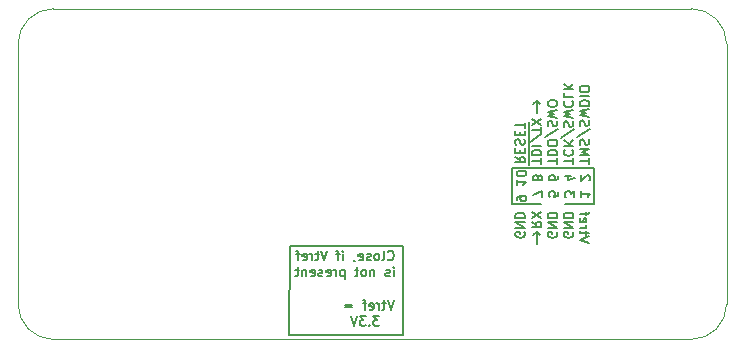
<source format=gbr>
G04 #@! TF.GenerationSoftware,KiCad,Pcbnew,5.1.5+dfsg1-2build2*
G04 #@! TF.CreationDate,2020-09-23T01:19:26+04:00*
G04 #@! TF.ProjectId,RailLink,5261696c-4c69-46e6-9b2e-6b696361645f,rev?*
G04 #@! TF.SameCoordinates,PX5f5e100PY7a12000*
G04 #@! TF.FileFunction,Legend,Bot*
G04 #@! TF.FilePolarity,Positive*
%FSLAX46Y46*%
G04 Gerber Fmt 4.6, Leading zero omitted, Abs format (unit mm)*
G04 Created by KiCad (PCBNEW 5.1.5+dfsg1-2build2) date 2020-09-23 01:19:26*
%MOMM*%
%LPD*%
G04 APERTURE LIST*
%ADD10C,0.160000*%
%ADD11C,0.050000*%
%ADD12R,1.600000X2.100000*%
%ADD13O,1.600000X2.100000*%
%ADD14C,1.900000*%
%ADD15R,1.900000X1.900000*%
%ADD16O,1.800000X1.800000*%
%ADD17R,1.800000X1.800000*%
%ADD18C,5.100000*%
%ADD19C,0.900000*%
%ADD20O,2.200000X1.100000*%
%ADD21C,0.750000*%
%ADD22O,1.700000X1.100000*%
%ADD23O,1.827200X1.827200*%
%ADD24R,1.827200X1.827200*%
G04 APERTURE END LIST*
D10*
X31819047Y3318096D02*
X31552380Y2518096D01*
X31285714Y3318096D01*
X31133333Y3051429D02*
X30828571Y3051429D01*
X31019047Y3318096D02*
X31019047Y2632381D01*
X30980952Y2556191D01*
X30904761Y2518096D01*
X30828571Y2518096D01*
X30561904Y2518096D02*
X30561904Y3051429D01*
X30561904Y2899048D02*
X30523809Y2975239D01*
X30485714Y3013334D01*
X30409523Y3051429D01*
X30333333Y3051429D01*
X29761904Y2556191D02*
X29838095Y2518096D01*
X29990476Y2518096D01*
X30066666Y2556191D01*
X30104761Y2632381D01*
X30104761Y2937143D01*
X30066666Y3013334D01*
X29990476Y3051429D01*
X29838095Y3051429D01*
X29761904Y3013334D01*
X29723809Y2937143D01*
X29723809Y2860953D01*
X30104761Y2784762D01*
X29495238Y3051429D02*
X29190476Y3051429D01*
X29380952Y2518096D02*
X29380952Y3203810D01*
X29342857Y3280000D01*
X29266666Y3318096D01*
X29190476Y3318096D01*
X28314285Y2937143D02*
X27704761Y2937143D01*
X27704761Y2708572D02*
X28314285Y2708572D01*
X30580952Y1958096D02*
X30085714Y1958096D01*
X30352380Y1653334D01*
X30238095Y1653334D01*
X30161904Y1615239D01*
X30123809Y1577143D01*
X30085714Y1500953D01*
X30085714Y1310477D01*
X30123809Y1234286D01*
X30161904Y1196191D01*
X30238095Y1158096D01*
X30466666Y1158096D01*
X30542857Y1196191D01*
X30580952Y1234286D01*
X29742857Y1234286D02*
X29704761Y1196191D01*
X29742857Y1158096D01*
X29780952Y1196191D01*
X29742857Y1234286D01*
X29742857Y1158096D01*
X29438095Y1958096D02*
X28942857Y1958096D01*
X29209523Y1653334D01*
X29095238Y1653334D01*
X29019047Y1615239D01*
X28980952Y1577143D01*
X28942857Y1500953D01*
X28942857Y1310477D01*
X28980952Y1234286D01*
X29019047Y1196191D01*
X29095238Y1158096D01*
X29323809Y1158096D01*
X29400000Y1196191D01*
X29438095Y1234286D01*
X28714285Y1958096D02*
X28447619Y1158096D01*
X28180952Y1958096D01*
X32600000Y400000D02*
X22900000Y400000D01*
X32600000Y7900000D02*
X32600000Y400000D01*
X23000000Y7900000D02*
X32600000Y7900000D01*
X22900000Y400000D02*
X23000000Y7900000D01*
X31300000Y6794286D02*
X31338095Y6756191D01*
X31452380Y6718096D01*
X31528571Y6718096D01*
X31642857Y6756191D01*
X31719047Y6832381D01*
X31757142Y6908572D01*
X31795238Y7060953D01*
X31795238Y7175239D01*
X31757142Y7327620D01*
X31719047Y7403810D01*
X31642857Y7480000D01*
X31528571Y7518096D01*
X31452380Y7518096D01*
X31338095Y7480000D01*
X31300000Y7441905D01*
X30842857Y6718096D02*
X30919047Y6756191D01*
X30957142Y6832381D01*
X30957142Y7518096D01*
X30423809Y6718096D02*
X30500000Y6756191D01*
X30538095Y6794286D01*
X30576190Y6870477D01*
X30576190Y7099048D01*
X30538095Y7175239D01*
X30500000Y7213334D01*
X30423809Y7251429D01*
X30309523Y7251429D01*
X30233333Y7213334D01*
X30195238Y7175239D01*
X30157142Y7099048D01*
X30157142Y6870477D01*
X30195238Y6794286D01*
X30233333Y6756191D01*
X30309523Y6718096D01*
X30423809Y6718096D01*
X29852380Y6756191D02*
X29776190Y6718096D01*
X29623809Y6718096D01*
X29547619Y6756191D01*
X29509523Y6832381D01*
X29509523Y6870477D01*
X29547619Y6946667D01*
X29623809Y6984762D01*
X29738095Y6984762D01*
X29814285Y7022858D01*
X29852380Y7099048D01*
X29852380Y7137143D01*
X29814285Y7213334D01*
X29738095Y7251429D01*
X29623809Y7251429D01*
X29547619Y7213334D01*
X28861904Y6756191D02*
X28938095Y6718096D01*
X29090476Y6718096D01*
X29166666Y6756191D01*
X29204761Y6832381D01*
X29204761Y7137143D01*
X29166666Y7213334D01*
X29090476Y7251429D01*
X28938095Y7251429D01*
X28861904Y7213334D01*
X28823809Y7137143D01*
X28823809Y7060953D01*
X29204761Y6984762D01*
X28442857Y6756191D02*
X28442857Y6718096D01*
X28480952Y6641905D01*
X28519047Y6603810D01*
X27490476Y6718096D02*
X27490476Y7251429D01*
X27490476Y7518096D02*
X27528571Y7480000D01*
X27490476Y7441905D01*
X27452380Y7480000D01*
X27490476Y7518096D01*
X27490476Y7441905D01*
X27223809Y7251429D02*
X26919047Y7251429D01*
X27109523Y6718096D02*
X27109523Y7403810D01*
X27071428Y7480000D01*
X26995238Y7518096D01*
X26919047Y7518096D01*
X26157142Y7518096D02*
X25890476Y6718096D01*
X25623809Y7518096D01*
X25471428Y7251429D02*
X25166666Y7251429D01*
X25357142Y7518096D02*
X25357142Y6832381D01*
X25319047Y6756191D01*
X25242857Y6718096D01*
X25166666Y6718096D01*
X24900000Y6718096D02*
X24900000Y7251429D01*
X24900000Y7099048D02*
X24861904Y7175239D01*
X24823809Y7213334D01*
X24747619Y7251429D01*
X24671428Y7251429D01*
X24100000Y6756191D02*
X24176190Y6718096D01*
X24328571Y6718096D01*
X24404761Y6756191D01*
X24442857Y6832381D01*
X24442857Y7137143D01*
X24404761Y7213334D01*
X24328571Y7251429D01*
X24176190Y7251429D01*
X24100000Y7213334D01*
X24061904Y7137143D01*
X24061904Y7060953D01*
X24442857Y6984762D01*
X23833333Y7251429D02*
X23528571Y7251429D01*
X23719047Y6718096D02*
X23719047Y7403810D01*
X23680952Y7480000D01*
X23604761Y7518096D01*
X23528571Y7518096D01*
X31795238Y5358096D02*
X31795238Y5891429D01*
X31795238Y6158096D02*
X31833333Y6120000D01*
X31795238Y6081905D01*
X31757142Y6120000D01*
X31795238Y6158096D01*
X31795238Y6081905D01*
X31452380Y5396191D02*
X31376190Y5358096D01*
X31223809Y5358096D01*
X31147619Y5396191D01*
X31109523Y5472381D01*
X31109523Y5510477D01*
X31147619Y5586667D01*
X31223809Y5624762D01*
X31338095Y5624762D01*
X31414285Y5662858D01*
X31452380Y5739048D01*
X31452380Y5777143D01*
X31414285Y5853334D01*
X31338095Y5891429D01*
X31223809Y5891429D01*
X31147619Y5853334D01*
X30157142Y5891429D02*
X30157142Y5358096D01*
X30157142Y5815239D02*
X30119047Y5853334D01*
X30042857Y5891429D01*
X29928571Y5891429D01*
X29852380Y5853334D01*
X29814285Y5777143D01*
X29814285Y5358096D01*
X29319047Y5358096D02*
X29395238Y5396191D01*
X29433333Y5434286D01*
X29471428Y5510477D01*
X29471428Y5739048D01*
X29433333Y5815239D01*
X29395238Y5853334D01*
X29319047Y5891429D01*
X29204761Y5891429D01*
X29128571Y5853334D01*
X29090476Y5815239D01*
X29052380Y5739048D01*
X29052380Y5510477D01*
X29090476Y5434286D01*
X29128571Y5396191D01*
X29204761Y5358096D01*
X29319047Y5358096D01*
X28823809Y5891429D02*
X28519047Y5891429D01*
X28709523Y6158096D02*
X28709523Y5472381D01*
X28671428Y5396191D01*
X28595238Y5358096D01*
X28519047Y5358096D01*
X27642857Y5891429D02*
X27642857Y5091429D01*
X27642857Y5853334D02*
X27566666Y5891429D01*
X27414285Y5891429D01*
X27338095Y5853334D01*
X27300000Y5815239D01*
X27261904Y5739048D01*
X27261904Y5510477D01*
X27300000Y5434286D01*
X27338095Y5396191D01*
X27414285Y5358096D01*
X27566666Y5358096D01*
X27642857Y5396191D01*
X26919047Y5358096D02*
X26919047Y5891429D01*
X26919047Y5739048D02*
X26880952Y5815239D01*
X26842857Y5853334D01*
X26766666Y5891429D01*
X26690476Y5891429D01*
X26119047Y5396191D02*
X26195238Y5358096D01*
X26347619Y5358096D01*
X26423809Y5396191D01*
X26461904Y5472381D01*
X26461904Y5777143D01*
X26423809Y5853334D01*
X26347619Y5891429D01*
X26195238Y5891429D01*
X26119047Y5853334D01*
X26080952Y5777143D01*
X26080952Y5700953D01*
X26461904Y5624762D01*
X25776190Y5396191D02*
X25700000Y5358096D01*
X25547619Y5358096D01*
X25471428Y5396191D01*
X25433333Y5472381D01*
X25433333Y5510477D01*
X25471428Y5586667D01*
X25547619Y5624762D01*
X25661904Y5624762D01*
X25738095Y5662858D01*
X25776190Y5739048D01*
X25776190Y5777143D01*
X25738095Y5853334D01*
X25661904Y5891429D01*
X25547619Y5891429D01*
X25471428Y5853334D01*
X24785714Y5396191D02*
X24861904Y5358096D01*
X25014285Y5358096D01*
X25090476Y5396191D01*
X25128571Y5472381D01*
X25128571Y5777143D01*
X25090476Y5853334D01*
X25014285Y5891429D01*
X24861904Y5891429D01*
X24785714Y5853334D01*
X24747619Y5777143D01*
X24747619Y5700953D01*
X25128571Y5624762D01*
X24404761Y5891429D02*
X24404761Y5358096D01*
X24404761Y5815239D02*
X24366666Y5853334D01*
X24290476Y5891429D01*
X24176190Y5891429D01*
X24100000Y5853334D01*
X24061904Y5777143D01*
X24061904Y5358096D01*
X23795238Y5891429D02*
X23490476Y5891429D01*
X23680952Y6158096D02*
X23680952Y5472381D01*
X23642857Y5396191D01*
X23566666Y5358096D01*
X23490476Y5358096D01*
X44200000Y19900000D02*
X43900000Y20200000D01*
X43900000Y20200000D02*
X43600000Y19900000D01*
X43900000Y19200000D02*
X43900000Y20200000D01*
X43900000Y9100000D02*
X43600000Y8800000D01*
X44200000Y8800000D02*
X43900000Y9100000D01*
X43900000Y8100000D02*
X43900000Y9100000D01*
X48358095Y14880191D02*
X48358095Y15337334D01*
X47558095Y15108762D02*
X48358095Y15108762D01*
X47558095Y15604000D02*
X48358095Y15604000D01*
X47786666Y15870667D01*
X48358095Y16137334D01*
X47558095Y16137334D01*
X47596190Y16480191D02*
X47558095Y16594477D01*
X47558095Y16784953D01*
X47596190Y16861143D01*
X47634285Y16899239D01*
X47710476Y16937334D01*
X47786666Y16937334D01*
X47862857Y16899239D01*
X47900952Y16861143D01*
X47939047Y16784953D01*
X47977142Y16632572D01*
X48015238Y16556381D01*
X48053333Y16518286D01*
X48129523Y16480191D01*
X48205714Y16480191D01*
X48281904Y16518286D01*
X48320000Y16556381D01*
X48358095Y16632572D01*
X48358095Y16823048D01*
X48320000Y16937334D01*
X48396190Y17851620D02*
X47367619Y17165905D01*
X47596190Y18080191D02*
X47558095Y18194477D01*
X47558095Y18384953D01*
X47596190Y18461143D01*
X47634285Y18499239D01*
X47710476Y18537334D01*
X47786666Y18537334D01*
X47862857Y18499239D01*
X47900952Y18461143D01*
X47939047Y18384953D01*
X47977142Y18232572D01*
X48015238Y18156381D01*
X48053333Y18118286D01*
X48129523Y18080191D01*
X48205714Y18080191D01*
X48281904Y18118286D01*
X48320000Y18156381D01*
X48358095Y18232572D01*
X48358095Y18423048D01*
X48320000Y18537334D01*
X48358095Y18804000D02*
X47558095Y18994477D01*
X48129523Y19146858D01*
X47558095Y19299239D01*
X48358095Y19489715D01*
X47558095Y19794477D02*
X48358095Y19794477D01*
X48358095Y19984953D01*
X48320000Y20099239D01*
X48243809Y20175429D01*
X48167619Y20213524D01*
X48015238Y20251620D01*
X47900952Y20251620D01*
X47748571Y20213524D01*
X47672380Y20175429D01*
X47596190Y20099239D01*
X47558095Y19984953D01*
X47558095Y19794477D01*
X47558095Y20594477D02*
X48358095Y20594477D01*
X48358095Y21127810D02*
X48358095Y21280191D01*
X48320000Y21356381D01*
X48243809Y21432572D01*
X48091428Y21470667D01*
X47824761Y21470667D01*
X47672380Y21432572D01*
X47596190Y21356381D01*
X47558095Y21280191D01*
X47558095Y21127810D01*
X47596190Y21051620D01*
X47672380Y20975429D01*
X47824761Y20937334D01*
X48091428Y20937334D01*
X48243809Y20975429D01*
X48320000Y21051620D01*
X48358095Y21127810D01*
X46998095Y14880191D02*
X46998095Y15337334D01*
X46198095Y15108762D02*
X46998095Y15108762D01*
X46274285Y16061143D02*
X46236190Y16023048D01*
X46198095Y15908762D01*
X46198095Y15832572D01*
X46236190Y15718286D01*
X46312380Y15642096D01*
X46388571Y15604000D01*
X46540952Y15565905D01*
X46655238Y15565905D01*
X46807619Y15604000D01*
X46883809Y15642096D01*
X46960000Y15718286D01*
X46998095Y15832572D01*
X46998095Y15908762D01*
X46960000Y16023048D01*
X46921904Y16061143D01*
X46198095Y16404000D02*
X46998095Y16404000D01*
X46198095Y16861143D02*
X46655238Y16518286D01*
X46998095Y16861143D02*
X46540952Y16404000D01*
X47036190Y17775429D02*
X46007619Y17089715D01*
X46236190Y18004000D02*
X46198095Y18118286D01*
X46198095Y18308762D01*
X46236190Y18384953D01*
X46274285Y18423048D01*
X46350476Y18461143D01*
X46426666Y18461143D01*
X46502857Y18423048D01*
X46540952Y18384953D01*
X46579047Y18308762D01*
X46617142Y18156381D01*
X46655238Y18080191D01*
X46693333Y18042096D01*
X46769523Y18004000D01*
X46845714Y18004000D01*
X46921904Y18042096D01*
X46960000Y18080191D01*
X46998095Y18156381D01*
X46998095Y18346858D01*
X46960000Y18461143D01*
X46998095Y18727810D02*
X46198095Y18918286D01*
X46769523Y19070667D01*
X46198095Y19223048D01*
X46998095Y19413524D01*
X46274285Y20175429D02*
X46236190Y20137334D01*
X46198095Y20023048D01*
X46198095Y19946858D01*
X46236190Y19832572D01*
X46312380Y19756381D01*
X46388571Y19718286D01*
X46540952Y19680191D01*
X46655238Y19680191D01*
X46807619Y19718286D01*
X46883809Y19756381D01*
X46960000Y19832572D01*
X46998095Y19946858D01*
X46998095Y20023048D01*
X46960000Y20137334D01*
X46921904Y20175429D01*
X46198095Y20899239D02*
X46198095Y20518286D01*
X46998095Y20518286D01*
X46198095Y21165905D02*
X46998095Y21165905D01*
X46198095Y21623048D02*
X46655238Y21280191D01*
X46998095Y21623048D02*
X46540952Y21165905D01*
X45638095Y14880191D02*
X45638095Y15337334D01*
X44838095Y15108762D02*
X45638095Y15108762D01*
X44838095Y15604000D02*
X45638095Y15604000D01*
X45638095Y15794477D01*
X45600000Y15908762D01*
X45523809Y15984953D01*
X45447619Y16023048D01*
X45295238Y16061143D01*
X45180952Y16061143D01*
X45028571Y16023048D01*
X44952380Y15984953D01*
X44876190Y15908762D01*
X44838095Y15794477D01*
X44838095Y15604000D01*
X45638095Y16556381D02*
X45638095Y16708762D01*
X45600000Y16784953D01*
X45523809Y16861143D01*
X45371428Y16899239D01*
X45104761Y16899239D01*
X44952380Y16861143D01*
X44876190Y16784953D01*
X44838095Y16708762D01*
X44838095Y16556381D01*
X44876190Y16480191D01*
X44952380Y16404000D01*
X45104761Y16365905D01*
X45371428Y16365905D01*
X45523809Y16404000D01*
X45600000Y16480191D01*
X45638095Y16556381D01*
X45676190Y17813524D02*
X44647619Y17127810D01*
X44876190Y18042096D02*
X44838095Y18156381D01*
X44838095Y18346858D01*
X44876190Y18423048D01*
X44914285Y18461143D01*
X44990476Y18499239D01*
X45066666Y18499239D01*
X45142857Y18461143D01*
X45180952Y18423048D01*
X45219047Y18346858D01*
X45257142Y18194477D01*
X45295238Y18118286D01*
X45333333Y18080191D01*
X45409523Y18042096D01*
X45485714Y18042096D01*
X45561904Y18080191D01*
X45600000Y18118286D01*
X45638095Y18194477D01*
X45638095Y18384953D01*
X45600000Y18499239D01*
X45638095Y18765905D02*
X44838095Y18956381D01*
X45409523Y19108762D01*
X44838095Y19261143D01*
X45638095Y19451620D01*
X45638095Y19908762D02*
X45638095Y20061143D01*
X45600000Y20137334D01*
X45523809Y20213524D01*
X45371428Y20251620D01*
X45104761Y20251620D01*
X44952380Y20213524D01*
X44876190Y20137334D01*
X44838095Y20061143D01*
X44838095Y19908762D01*
X44876190Y19832572D01*
X44952380Y19756381D01*
X45104761Y19718286D01*
X45371428Y19718286D01*
X45523809Y19756381D01*
X45600000Y19832572D01*
X45638095Y19908762D01*
X44278095Y14880191D02*
X44278095Y15337334D01*
X43478095Y15108762D02*
X44278095Y15108762D01*
X43478095Y15604000D02*
X44278095Y15604000D01*
X44278095Y15794477D01*
X44240000Y15908762D01*
X44163809Y15984953D01*
X44087619Y16023048D01*
X43935238Y16061143D01*
X43820952Y16061143D01*
X43668571Y16023048D01*
X43592380Y15984953D01*
X43516190Y15908762D01*
X43478095Y15794477D01*
X43478095Y15604000D01*
X43478095Y16404000D02*
X44278095Y16404000D01*
X44316190Y17356381D02*
X43287619Y16670667D01*
X44278095Y17508762D02*
X44278095Y17965905D01*
X43478095Y17737334D02*
X44278095Y17737334D01*
X44278095Y18156381D02*
X43478095Y18689715D01*
X44278095Y18689715D02*
X43478095Y18156381D01*
X43264000Y14804000D02*
X43264000Y15604000D01*
X42118095Y15451620D02*
X42499047Y15184953D01*
X42118095Y14994477D02*
X42918095Y14994477D01*
X42918095Y15299239D01*
X42880000Y15375429D01*
X42841904Y15413524D01*
X42765714Y15451620D01*
X42651428Y15451620D01*
X42575238Y15413524D01*
X42537142Y15375429D01*
X42499047Y15299239D01*
X42499047Y14994477D01*
X43264000Y15604000D02*
X43264000Y16327810D01*
X42537142Y15794477D02*
X42537142Y16061143D01*
X42118095Y16175429D02*
X42118095Y15794477D01*
X42918095Y15794477D01*
X42918095Y16175429D01*
X43264000Y16327810D02*
X43264000Y17089715D01*
X42156190Y16480191D02*
X42118095Y16594477D01*
X42118095Y16784953D01*
X42156190Y16861143D01*
X42194285Y16899239D01*
X42270476Y16937334D01*
X42346666Y16937334D01*
X42422857Y16899239D01*
X42460952Y16861143D01*
X42499047Y16784953D01*
X42537142Y16632572D01*
X42575238Y16556381D01*
X42613333Y16518286D01*
X42689523Y16480191D01*
X42765714Y16480191D01*
X42841904Y16518286D01*
X42880000Y16556381D01*
X42918095Y16632572D01*
X42918095Y16823048D01*
X42880000Y16937334D01*
X43264000Y17089715D02*
X43264000Y17813524D01*
X42537142Y17280191D02*
X42537142Y17546858D01*
X42118095Y17661143D02*
X42118095Y17280191D01*
X42918095Y17280191D01*
X42918095Y17661143D01*
X43264000Y17813524D02*
X43264000Y18423048D01*
X42918095Y17889715D02*
X42918095Y18346858D01*
X42118095Y18118286D02*
X42918095Y18118286D01*
X48358095Y8191239D02*
X47558095Y8457905D01*
X48358095Y8724572D01*
X48091428Y8876953D02*
X48091428Y9181715D01*
X48358095Y8991239D02*
X47672380Y8991239D01*
X47596190Y9029334D01*
X47558095Y9105524D01*
X47558095Y9181715D01*
X47558095Y9448381D02*
X48091428Y9448381D01*
X47939047Y9448381D02*
X48015238Y9486477D01*
X48053333Y9524572D01*
X48091428Y9600762D01*
X48091428Y9676953D01*
X47596190Y10248381D02*
X47558095Y10172191D01*
X47558095Y10019810D01*
X47596190Y9943620D01*
X47672380Y9905524D01*
X47977142Y9905524D01*
X48053333Y9943620D01*
X48091428Y10019810D01*
X48091428Y10172191D01*
X48053333Y10248381D01*
X47977142Y10286477D01*
X47900952Y10286477D01*
X47824761Y9905524D01*
X48091428Y10515048D02*
X48091428Y10819810D01*
X47558095Y10629334D02*
X48243809Y10629334D01*
X48320000Y10667429D01*
X48358095Y10743620D01*
X48358095Y10819810D01*
X46960000Y9067429D02*
X46998095Y8991239D01*
X46998095Y8876953D01*
X46960000Y8762667D01*
X46883809Y8686477D01*
X46807619Y8648381D01*
X46655238Y8610286D01*
X46540952Y8610286D01*
X46388571Y8648381D01*
X46312380Y8686477D01*
X46236190Y8762667D01*
X46198095Y8876953D01*
X46198095Y8953143D01*
X46236190Y9067429D01*
X46274285Y9105524D01*
X46540952Y9105524D01*
X46540952Y8953143D01*
X46198095Y9448381D02*
X46998095Y9448381D01*
X46198095Y9905524D01*
X46998095Y9905524D01*
X46198095Y10286477D02*
X46998095Y10286477D01*
X46998095Y10476953D01*
X46960000Y10591239D01*
X46883809Y10667429D01*
X46807619Y10705524D01*
X46655238Y10743620D01*
X46540952Y10743620D01*
X46388571Y10705524D01*
X46312380Y10667429D01*
X46236190Y10591239D01*
X46198095Y10476953D01*
X46198095Y10286477D01*
X45600000Y9067429D02*
X45638095Y8991239D01*
X45638095Y8876953D01*
X45600000Y8762667D01*
X45523809Y8686477D01*
X45447619Y8648381D01*
X45295238Y8610286D01*
X45180952Y8610286D01*
X45028571Y8648381D01*
X44952380Y8686477D01*
X44876190Y8762667D01*
X44838095Y8876953D01*
X44838095Y8953143D01*
X44876190Y9067429D01*
X44914285Y9105524D01*
X45180952Y9105524D01*
X45180952Y8953143D01*
X44838095Y9448381D02*
X45638095Y9448381D01*
X44838095Y9905524D01*
X45638095Y9905524D01*
X44838095Y10286477D02*
X45638095Y10286477D01*
X45638095Y10476953D01*
X45600000Y10591239D01*
X45523809Y10667429D01*
X45447619Y10705524D01*
X45295238Y10743620D01*
X45180952Y10743620D01*
X45028571Y10705524D01*
X44952380Y10667429D01*
X44876190Y10591239D01*
X44838095Y10476953D01*
X44838095Y10286477D01*
X43478095Y9981715D02*
X43859047Y9715048D01*
X43478095Y9524572D02*
X44278095Y9524572D01*
X44278095Y9829334D01*
X44240000Y9905524D01*
X44201904Y9943620D01*
X44125714Y9981715D01*
X44011428Y9981715D01*
X43935238Y9943620D01*
X43897142Y9905524D01*
X43859047Y9829334D01*
X43859047Y9524572D01*
X44278095Y10248381D02*
X43478095Y10781715D01*
X44278095Y10781715D02*
X43478095Y10248381D01*
X42880000Y9067429D02*
X42918095Y8991239D01*
X42918095Y8876953D01*
X42880000Y8762667D01*
X42803809Y8686477D01*
X42727619Y8648381D01*
X42575238Y8610286D01*
X42460952Y8610286D01*
X42308571Y8648381D01*
X42232380Y8686477D01*
X42156190Y8762667D01*
X42118095Y8876953D01*
X42118095Y8953143D01*
X42156190Y9067429D01*
X42194285Y9105524D01*
X42460952Y9105524D01*
X42460952Y8953143D01*
X42118095Y9448381D02*
X42918095Y9448381D01*
X42118095Y9905524D01*
X42918095Y9905524D01*
X42118095Y10286477D02*
X42918095Y10286477D01*
X42918095Y10476953D01*
X42880000Y10591239D01*
X42803809Y10667429D01*
X42727619Y10705524D01*
X42575238Y10743620D01*
X42460952Y10743620D01*
X42308571Y10705524D01*
X42232380Y10667429D01*
X42156190Y10591239D01*
X42118095Y10476953D01*
X42118095Y10286477D01*
X48800000Y14500000D02*
X48800000Y11500000D01*
X41800000Y14500000D02*
X48800000Y14500000D01*
X41800000Y11500000D02*
X41800000Y14500000D01*
X41800000Y11500000D02*
X44300000Y11500000D01*
X47658095Y12542858D02*
X47658095Y12085715D01*
X47658095Y12314286D02*
X48458095Y12314286D01*
X48343809Y12238096D01*
X48267619Y12161905D01*
X48229523Y12085715D01*
X48381904Y13457143D02*
X48420000Y13495239D01*
X48458095Y13571429D01*
X48458095Y13761905D01*
X48420000Y13838096D01*
X48381904Y13876191D01*
X48305714Y13914286D01*
X48229523Y13914286D01*
X48115238Y13876191D01*
X47658095Y13419048D01*
X47658095Y13914286D01*
X47098095Y12047620D02*
X47098095Y12542858D01*
X46793333Y12276191D01*
X46793333Y12390477D01*
X46755238Y12466667D01*
X46717142Y12504762D01*
X46640952Y12542858D01*
X46450476Y12542858D01*
X46374285Y12504762D01*
X46336190Y12466667D01*
X46298095Y12390477D01*
X46298095Y12161905D01*
X46336190Y12085715D01*
X46374285Y12047620D01*
X46831428Y13838096D02*
X46298095Y13838096D01*
X47136190Y13647620D02*
X46564761Y13457143D01*
X46564761Y13952381D01*
X45738095Y12504762D02*
X45738095Y12123810D01*
X45357142Y12085715D01*
X45395238Y12123810D01*
X45433333Y12200000D01*
X45433333Y12390477D01*
X45395238Y12466667D01*
X45357142Y12504762D01*
X45280952Y12542858D01*
X45090476Y12542858D01*
X45014285Y12504762D01*
X44976190Y12466667D01*
X44938095Y12390477D01*
X44938095Y12200000D01*
X44976190Y12123810D01*
X45014285Y12085715D01*
X45738095Y13838096D02*
X45738095Y13685715D01*
X45700000Y13609524D01*
X45661904Y13571429D01*
X45547619Y13495239D01*
X45395238Y13457143D01*
X45090476Y13457143D01*
X45014285Y13495239D01*
X44976190Y13533334D01*
X44938095Y13609524D01*
X44938095Y13761905D01*
X44976190Y13838096D01*
X45014285Y13876191D01*
X45090476Y13914286D01*
X45280952Y13914286D01*
X45357142Y13876191D01*
X45395238Y13838096D01*
X45433333Y13761905D01*
X45433333Y13609524D01*
X45395238Y13533334D01*
X45357142Y13495239D01*
X45280952Y13457143D01*
X44378095Y12047620D02*
X44378095Y12580953D01*
X43578095Y12238096D01*
X44035238Y13609524D02*
X44073333Y13533334D01*
X44111428Y13495239D01*
X44187619Y13457143D01*
X44225714Y13457143D01*
X44301904Y13495239D01*
X44340000Y13533334D01*
X44378095Y13609524D01*
X44378095Y13761905D01*
X44340000Y13838096D01*
X44301904Y13876191D01*
X44225714Y13914286D01*
X44187619Y13914286D01*
X44111428Y13876191D01*
X44073333Y13838096D01*
X44035238Y13761905D01*
X44035238Y13609524D01*
X43997142Y13533334D01*
X43959047Y13495239D01*
X43882857Y13457143D01*
X43730476Y13457143D01*
X43654285Y13495239D01*
X43616190Y13533334D01*
X43578095Y13609524D01*
X43578095Y13761905D01*
X43616190Y13838096D01*
X43654285Y13876191D01*
X43730476Y13914286D01*
X43882857Y13914286D01*
X43959047Y13876191D01*
X43997142Y13838096D01*
X44035238Y13761905D01*
X42218095Y11780953D02*
X42218095Y11933334D01*
X42256190Y12009524D01*
X42294285Y12047620D01*
X42408571Y12123810D01*
X42560952Y12161905D01*
X42865714Y12161905D01*
X42941904Y12123810D01*
X42980000Y12085715D01*
X43018095Y12009524D01*
X43018095Y11857143D01*
X42980000Y11780953D01*
X42941904Y11742858D01*
X42865714Y11704762D01*
X42675238Y11704762D01*
X42599047Y11742858D01*
X42560952Y11780953D01*
X42522857Y11857143D01*
X42522857Y12009524D01*
X42560952Y12085715D01*
X42599047Y12123810D01*
X42675238Y12161905D01*
X42218095Y13533334D02*
X42218095Y13076191D01*
X42218095Y13304762D02*
X43018095Y13304762D01*
X42903809Y13228572D01*
X42827619Y13152381D01*
X42789523Y13076191D01*
X43018095Y14028572D02*
X43018095Y14104762D01*
X42980000Y14180953D01*
X42941904Y14219048D01*
X42865714Y14257143D01*
X42713333Y14295239D01*
X42522857Y14295239D01*
X42370476Y14257143D01*
X42294285Y14219048D01*
X42256190Y14180953D01*
X42218095Y14104762D01*
X42218095Y14028572D01*
X42256190Y13952381D01*
X42294285Y13914286D01*
X42370476Y13876191D01*
X42522857Y13838096D01*
X42713333Y13838096D01*
X42865714Y13876191D01*
X42941904Y13914286D01*
X42980000Y13952381D01*
X43018095Y14028572D01*
X46300000Y11500000D02*
X48800000Y11500000D01*
D11*
X3000000Y0D02*
G75*
G02X0Y3000000I0J3000000D01*
G01*
X0Y25000000D02*
G75*
G02X3000000Y28000000I3000000J0D01*
G01*
X57000000Y28000000D02*
G75*
G02X60000000Y25000000I0J-3000000D01*
G01*
X60000000Y3000000D02*
G75*
G02X57000000Y0I-3000000J0D01*
G01*
X57000000Y28000000D02*
X3000000Y28000000D01*
X60000000Y3000000D02*
X60000000Y25000000D01*
X3000000Y0D02*
X57000000Y0D01*
X0Y25000000D02*
X0Y3000000D01*
%LPC*%
D12*
X12500000Y20400000D03*
D13*
X15040000Y20400000D03*
X17580000Y20400000D03*
X20120000Y20400000D03*
D14*
X39800000Y6220000D03*
X39800000Y8760000D03*
D15*
X39800000Y11300000D03*
D16*
X24200000Y1560000D03*
D17*
X24200000Y4100000D03*
D18*
X2900000Y25100000D03*
D19*
X4775000Y25100000D03*
X4225825Y23774175D03*
X2900000Y23225000D03*
X1574175Y23774175D03*
X1025000Y25100000D03*
X1574175Y26425825D03*
X2900000Y26975000D03*
X4225825Y26425825D03*
X4225825Y4225825D03*
X2900000Y4775000D03*
X1574175Y4225825D03*
X1025000Y2900000D03*
X1574175Y1574175D03*
X2900000Y1025000D03*
X4225825Y1574175D03*
X4775000Y2900000D03*
D18*
X2900000Y2900000D03*
D20*
X5280000Y9680000D03*
X5280000Y18320000D03*
D21*
X4750000Y16890000D03*
D22*
X1100000Y18320000D03*
D21*
X4750000Y11110000D03*
D22*
X1100000Y9680000D03*
D18*
X52600000Y2900000D03*
D19*
X54475000Y2900000D03*
X53925825Y1574175D03*
X52600000Y1025000D03*
X51274175Y1574175D03*
X50725000Y2900000D03*
X51274175Y4225825D03*
X52600000Y4775000D03*
X53925825Y4225825D03*
D23*
X54140000Y8920000D03*
X51600000Y8920000D03*
X54140000Y11460000D03*
X51600000Y11460000D03*
X54140000Y14000000D03*
X51600000Y14000000D03*
X54140000Y16540000D03*
X51600000Y16540000D03*
X54140000Y19080000D03*
D24*
X51600000Y19080000D03*
D19*
X53925825Y26425825D03*
X52600000Y26975000D03*
X51274175Y26425825D03*
X50725000Y25100000D03*
X51274175Y23774175D03*
X52600000Y23225000D03*
X53925825Y23774175D03*
X54475000Y25100000D03*
D18*
X52600000Y25100000D03*
D16*
X20400000Y1520000D03*
X20400000Y4060000D03*
D17*
X20400000Y6600000D03*
M02*

</source>
